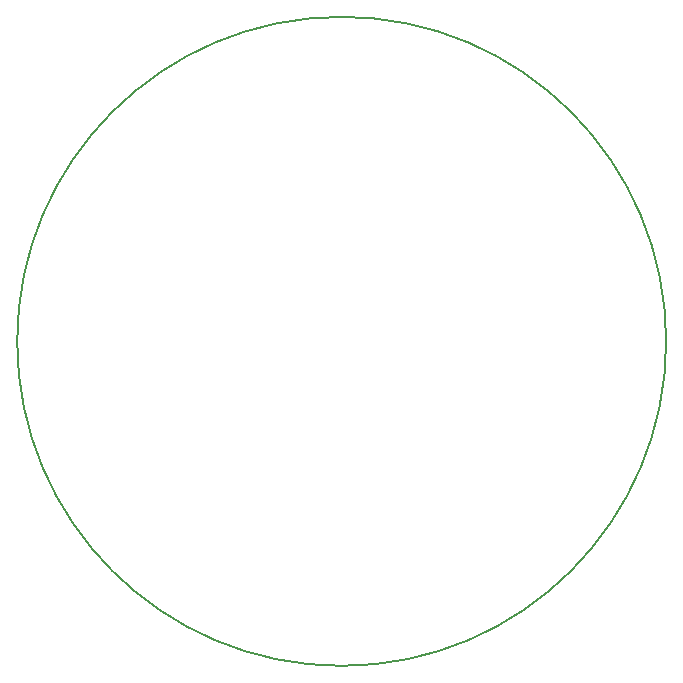
<source format=gbr>
G04 #@! TF.FileFunction,Profile,NP*
%FSLAX46Y46*%
G04 Gerber Fmt 4.6, Leading zero omitted, Abs format (unit mm)*
G04 Created by KiCad (PCBNEW 4.0.2+dfsg1-stable) date Fri 13 Jan 2017 03:15:25 PM EST*
%MOMM*%
G01*
G04 APERTURE LIST*
%ADD10C,0.100000*%
%ADD11C,0.150000*%
G04 APERTURE END LIST*
D10*
D11*
X70764301Y-42790000D02*
G75*
G03X70764301Y-42790000I-27474301J0D01*
G01*
M02*

</source>
